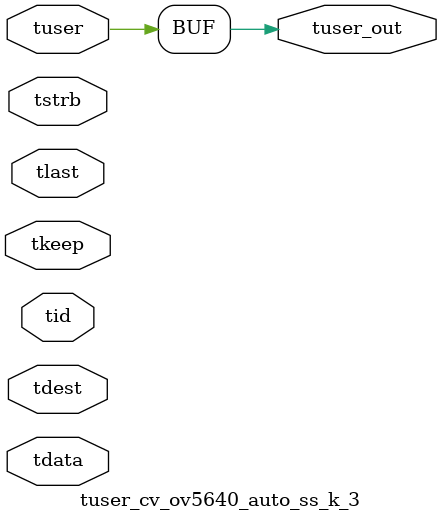
<source format=v>


`timescale 1ps/1ps

module tuser_cv_ov5640_auto_ss_k_3 #
(
parameter C_S_AXIS_TUSER_WIDTH = 1,
parameter C_S_AXIS_TDATA_WIDTH = 32,
parameter C_S_AXIS_TID_WIDTH   = 0,
parameter C_S_AXIS_TDEST_WIDTH = 0,
parameter C_M_AXIS_TUSER_WIDTH = 1
)
(
input  [(C_S_AXIS_TUSER_WIDTH == 0 ? 1 : C_S_AXIS_TUSER_WIDTH)-1:0     ] tuser,
input  [(C_S_AXIS_TDATA_WIDTH == 0 ? 1 : C_S_AXIS_TDATA_WIDTH)-1:0     ] tdata,
input  [(C_S_AXIS_TID_WIDTH   == 0 ? 1 : C_S_AXIS_TID_WIDTH)-1:0       ] tid,
input  [(C_S_AXIS_TDEST_WIDTH == 0 ? 1 : C_S_AXIS_TDEST_WIDTH)-1:0     ] tdest,
input  [(C_S_AXIS_TDATA_WIDTH/8)-1:0 ] tkeep,
input  [(C_S_AXIS_TDATA_WIDTH/8)-1:0 ] tstrb,
input                                                                    tlast,
output [C_M_AXIS_TUSER_WIDTH-1:0] tuser_out
);

assign tuser_out = {tuser[0:0]};

endmodule


</source>
